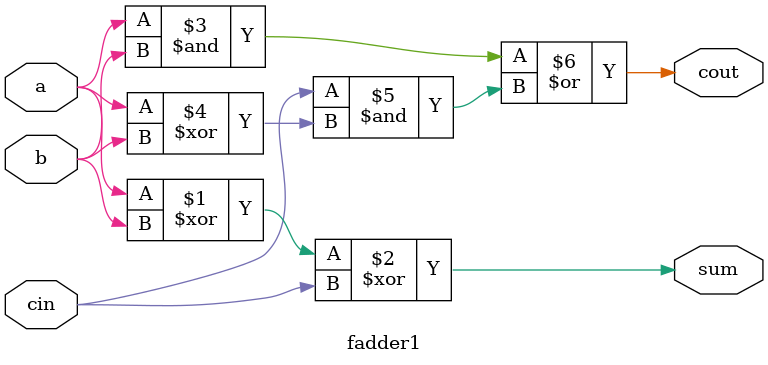
<source format=v>
module fadder1 (
    input a, b, cin,
    output cout, sum
);
    assign sum = a ^ b ^ cin; //simplification of k-map output: (!cin & (a ^ b)) + (cin & !(a ^ b))
    assign cout = (a & b) | (cin & (a ^ b));    //simplification of k-map output: (a & b) + (cin & b) + (cin & a)
endmodule
</source>
